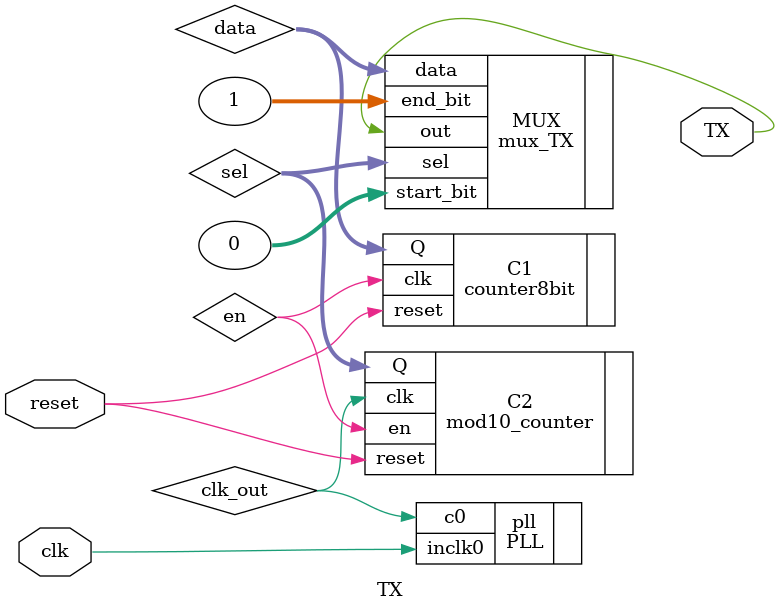
<source format=v>
`timescale 1ns / 1ps



module TX(clk , reset , TX );

    input clk , reset ;
    output TX ;
    
	 
   //internal ports 
    wire [7:0] data ;
    wire [3:0] sel ;
    wire en;
    
	PLL pll (
	.inclk0(clk),
	.c0(clk_out)
	);
	 
	 // instantiate data counter 
	  counter8bit C1 (
                     .clk(en),
                     .reset(reset),
                     .Q(data)
          ); 
          
    // selector counter ( buad rate generator )
    mod10_counter C2 (
                        .clk(clk_out),
                        .reset(reset),
                        .Q(sel),
                        .en(en)
          );      
          
    
    mux_TX MUX (
                        .start_bit(0),
                        .data(data),
                        .end_bit(1),
                        .sel(sel),
                        .out(TX)
          );
endmodule

</source>
